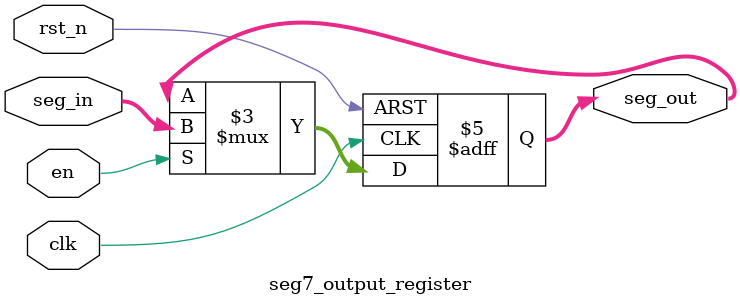
<source format=sv>
module seg7_sync_decoder (
    input clk, rst_n, en,
    input [3:0] bcd,
    output [6:0] seg
);
    // Internal signals
    wire [6:0] decoded_seg;
    wire [3:0] bcd_pipe;
    
    // Pipeline register for input
    bcd_pipeline_register bcd_pipe_reg (
        .clk(clk),
        .rst_n(rst_n),
        .en(en),
        .bcd_in(bcd),
        .bcd_out(bcd_pipe)
    );
    
    // Instantiate decoder module with pipelined input
    bcd_to_seg7_decoder bcd_decoder (
        .bcd(bcd_pipe),
        .seg(decoded_seg)
    );
    
    // Instantiate output register module
    seg7_output_register seg_register (
        .clk(clk),
        .rst_n(rst_n),
        .en(en),
        .seg_in(decoded_seg),
        .seg_out(seg)
    );
endmodule

// Input pipeline register module
module bcd_pipeline_register (
    input clk, rst_n, en,
    input [3:0] bcd_in,
    output reg [3:0] bcd_out
);
    // Pipeline register
    always @(posedge clk or negedge rst_n) begin
        if (!rst_n) 
            bcd_out <= 4'b0000;
        else if (en)
            bcd_out <= bcd_in;
    end
endmodule

// BCD to 7-segment decoder module with optimized logic
module bcd_to_seg7_decoder (
    input [3:0] bcd,
    output reg [6:0] seg
);
    // Combinational logic for decoding
    // Lower 3 bits pre-decode
    reg [3:0] segment_pattern_low;
    
    always @(*) begin
        case(bcd[2:0])
            3'd0: segment_pattern_low = 4'h3;
            3'd1: segment_pattern_low = 4'h6;
            3'd2: segment_pattern_low = 4'hB;
            3'd3: segment_pattern_low = 4'hF;
            3'd4: segment_pattern_low = 4'h6;
            3'd5: segment_pattern_low = 4'hD;
            3'd6: segment_pattern_low = 4'hD;
            3'd7: segment_pattern_low = 4'h7;
            default: segment_pattern_low = 4'h0;
        endcase
        
        // Final decode using MSB and pre-decoded pattern
        case({bcd[3], segment_pattern_low})
            5'b0_0011: seg = 7'h3F; // 0
            5'b0_0110: seg = 7'h06; // 1
            5'b0_1011: seg = 7'h5B; // 2
            5'b0_1111: seg = 7'h4F; // 3
            5'b0_0110: seg = 7'h66; // 4
            5'b0_1101: seg = 7'h6D; // 5
            5'b0_1101: seg = 7'h7D; // 6
            5'b0_0111: seg = 7'h07; // 7
            5'b1_0011: seg = 7'h7F; // 8
            5'b1_0110: seg = 7'h6F; // 9
            default: seg = 7'h00;
        endcase
    end
endmodule

// Output register module with synchronous logic
module seg7_output_register (
    input clk, rst_n, en,
    input [6:0] seg_in,
    output reg [6:0] seg_out
);
    // Registered output logic
    always @(posedge clk or negedge rst_n) begin
        if (!rst_n) 
            seg_out <= 7'h00;
        else if (en)
            seg_out <= seg_in;
    end
endmodule
</source>
